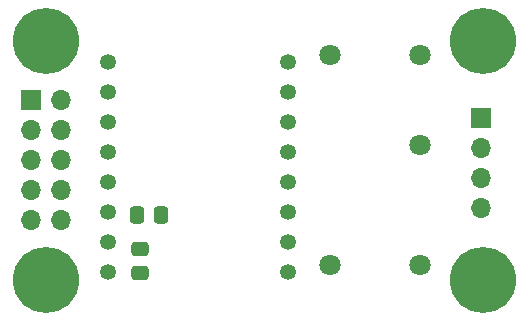
<source format=gbr>
%TF.GenerationSoftware,KiCad,Pcbnew,9.0.0*%
%TF.CreationDate,2025-07-05T14:51:01+02:00*%
%TF.ProjectId,pc-switch,70632d73-7769-4746-9368-2e6b69636164,rev?*%
%TF.SameCoordinates,Original*%
%TF.FileFunction,Soldermask,Bot*%
%TF.FilePolarity,Negative*%
%FSLAX46Y46*%
G04 Gerber Fmt 4.6, Leading zero omitted, Abs format (unit mm)*
G04 Created by KiCad (PCBNEW 9.0.0) date 2025-07-05 14:51:01*
%MOMM*%
%LPD*%
G01*
G04 APERTURE LIST*
G04 Aperture macros list*
%AMRoundRect*
0 Rectangle with rounded corners*
0 $1 Rounding radius*
0 $2 $3 $4 $5 $6 $7 $8 $9 X,Y pos of 4 corners*
0 Add a 4 corners polygon primitive as box body*
4,1,4,$2,$3,$4,$5,$6,$7,$8,$9,$2,$3,0*
0 Add four circle primitives for the rounded corners*
1,1,$1+$1,$2,$3*
1,1,$1+$1,$4,$5*
1,1,$1+$1,$6,$7*
1,1,$1+$1,$8,$9*
0 Add four rect primitives between the rounded corners*
20,1,$1+$1,$2,$3,$4,$5,0*
20,1,$1+$1,$4,$5,$6,$7,0*
20,1,$1+$1,$6,$7,$8,$9,0*
20,1,$1+$1,$8,$9,$2,$3,0*%
G04 Aperture macros list end*
%ADD10R,1.700000X1.700000*%
%ADD11O,1.700000X1.700000*%
%ADD12C,5.600000*%
%ADD13RoundRect,0.250000X-0.337500X-0.475000X0.337500X-0.475000X0.337500X0.475000X-0.337500X0.475000X0*%
%ADD14RoundRect,0.250000X0.475000X-0.337500X0.475000X0.337500X-0.475000X0.337500X-0.475000X-0.337500X0*%
%ADD15C,1.803400*%
%ADD16C,1.348000*%
G04 APERTURE END LIST*
D10*
%TO.C,J103*%
X153750000Y-83300000D03*
D11*
X153750000Y-85840000D03*
X153750000Y-88380000D03*
X153750000Y-90920000D03*
%TD*%
D12*
%TO.C,H103*%
X153850000Y-97000000D03*
%TD*%
D13*
%TO.C,C102*%
X124562500Y-91450000D03*
X126637500Y-91450000D03*
%TD*%
D14*
%TO.C,C101*%
X124800000Y-96387500D03*
X124800000Y-94312500D03*
%TD*%
D12*
%TO.C,H104*%
X116850000Y-97000000D03*
%TD*%
%TO.C,H102*%
X153850000Y-76700000D03*
%TD*%
%TO.C,H101*%
X116850000Y-76700000D03*
%TD*%
D15*
%TO.C,U102*%
X148552001Y-95735100D03*
X148552001Y-85575100D03*
X148552001Y-77955099D03*
X140932001Y-95735100D03*
X140932001Y-77955100D03*
%TD*%
D16*
%TO.C,U101*%
X137380000Y-96270000D03*
X137380000Y-93730000D03*
X137380000Y-91190000D03*
X137380000Y-88650000D03*
X137380000Y-86110000D03*
X137380000Y-83570000D03*
X137380000Y-81030000D03*
X137380000Y-78490000D03*
X122140000Y-78490000D03*
X122140000Y-81030000D03*
X122140000Y-83570000D03*
X122140000Y-86110000D03*
X122140000Y-88650000D03*
X122140000Y-91190000D03*
X122140000Y-93730000D03*
X122140000Y-96270000D03*
%TD*%
D10*
%TO.C,J104*%
X115610000Y-81730000D03*
D11*
X118150000Y-81730000D03*
X115610000Y-84270000D03*
X118150000Y-84270000D03*
X115610000Y-86810000D03*
X118150000Y-86810000D03*
X115610000Y-89350000D03*
X118150000Y-89350000D03*
X115610000Y-91890000D03*
X118150000Y-91890000D03*
%TD*%
M02*

</source>
